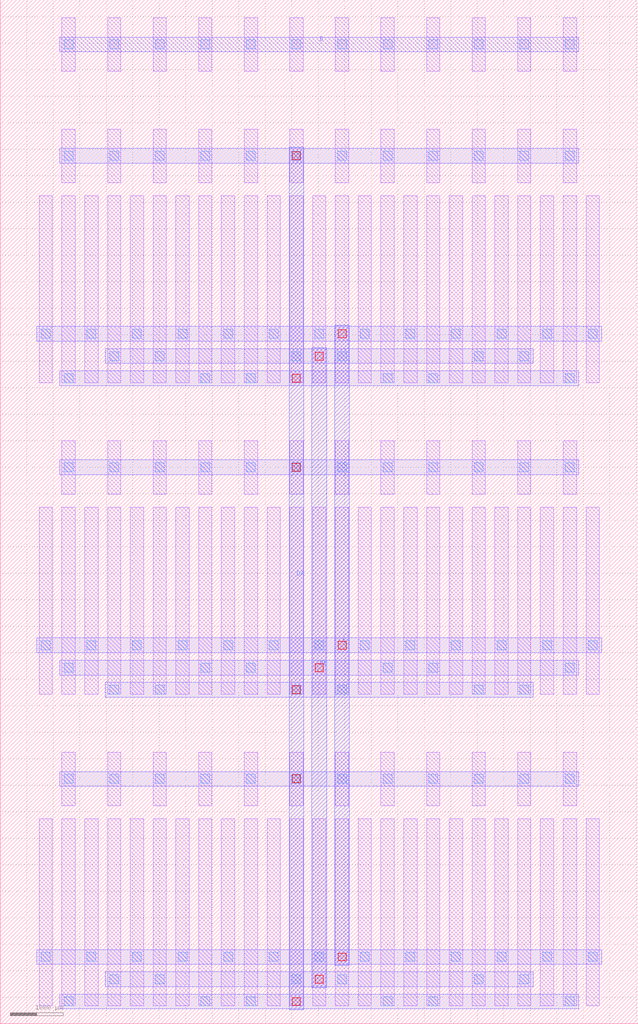
<source format=lef>
MACRO SCM_NMOS_B_8106910_X6_Y3
  UNITS 
    DATABASE MICRONS UNITS 1000;
  END UNITS 
  ORIGIN 0 0 ;
  FOREIGN SCM_NMOS_B_8106910_X6_Y3 0 0 ;
  SIZE 12040 BY 19320 ;
  PIN B
    DIRECTION INOUT ;
    USE SIGNAL ;
    PORT
      LAYER M2 ;
        RECT 1120 18340 10920 18620 ;
    END
  END B
  PIN DA
    DIRECTION INOUT ;
    USE SIGNAL ;
    PORT
      LAYER M3 ;
        RECT 5450 260 5730 16540 ;
    END
  END DA
  PIN DB
    DIRECTION INOUT ;
    USE SIGNAL ;
    PORT
      LAYER M3 ;
        RECT 5880 680 6160 12760 ;
    END
  END DB
  PIN S
    DIRECTION INOUT ;
    USE SIGNAL ;
    PORT
      LAYER M3 ;
        RECT 6310 1100 6590 13180 ;
    END
  END S
  OBS
    LAYER M1 ;
      RECT 1165 335 1415 3865 ;
    LAYER M1 ;
      RECT 1165 4115 1415 5125 ;
    LAYER M1 ;
      RECT 1165 6215 1415 9745 ;
    LAYER M1 ;
      RECT 1165 9995 1415 11005 ;
    LAYER M1 ;
      RECT 1165 12095 1415 15625 ;
    LAYER M1 ;
      RECT 1165 15875 1415 16885 ;
    LAYER M1 ;
      RECT 1165 17975 1415 18985 ;
    LAYER M1 ;
      RECT 735 335 985 3865 ;
    LAYER M1 ;
      RECT 735 6215 985 9745 ;
    LAYER M1 ;
      RECT 735 12095 985 15625 ;
    LAYER M1 ;
      RECT 1595 335 1845 3865 ;
    LAYER M1 ;
      RECT 1595 6215 1845 9745 ;
    LAYER M1 ;
      RECT 1595 12095 1845 15625 ;
    LAYER M1 ;
      RECT 2025 335 2275 3865 ;
    LAYER M1 ;
      RECT 2025 4115 2275 5125 ;
    LAYER M1 ;
      RECT 2025 6215 2275 9745 ;
    LAYER M1 ;
      RECT 2025 9995 2275 11005 ;
    LAYER M1 ;
      RECT 2025 12095 2275 15625 ;
    LAYER M1 ;
      RECT 2025 15875 2275 16885 ;
    LAYER M1 ;
      RECT 2025 17975 2275 18985 ;
    LAYER M1 ;
      RECT 2455 335 2705 3865 ;
    LAYER M1 ;
      RECT 2455 6215 2705 9745 ;
    LAYER M1 ;
      RECT 2455 12095 2705 15625 ;
    LAYER M1 ;
      RECT 2885 335 3135 3865 ;
    LAYER M1 ;
      RECT 2885 4115 3135 5125 ;
    LAYER M1 ;
      RECT 2885 6215 3135 9745 ;
    LAYER M1 ;
      RECT 2885 9995 3135 11005 ;
    LAYER M1 ;
      RECT 2885 12095 3135 15625 ;
    LAYER M1 ;
      RECT 2885 15875 3135 16885 ;
    LAYER M1 ;
      RECT 2885 17975 3135 18985 ;
    LAYER M1 ;
      RECT 3315 335 3565 3865 ;
    LAYER M1 ;
      RECT 3315 6215 3565 9745 ;
    LAYER M1 ;
      RECT 3315 12095 3565 15625 ;
    LAYER M1 ;
      RECT 3745 335 3995 3865 ;
    LAYER M1 ;
      RECT 3745 4115 3995 5125 ;
    LAYER M1 ;
      RECT 3745 6215 3995 9745 ;
    LAYER M1 ;
      RECT 3745 9995 3995 11005 ;
    LAYER M1 ;
      RECT 3745 12095 3995 15625 ;
    LAYER M1 ;
      RECT 3745 15875 3995 16885 ;
    LAYER M1 ;
      RECT 3745 17975 3995 18985 ;
    LAYER M1 ;
      RECT 4175 335 4425 3865 ;
    LAYER M1 ;
      RECT 4175 6215 4425 9745 ;
    LAYER M1 ;
      RECT 4175 12095 4425 15625 ;
    LAYER M1 ;
      RECT 4605 335 4855 3865 ;
    LAYER M1 ;
      RECT 4605 4115 4855 5125 ;
    LAYER M1 ;
      RECT 4605 6215 4855 9745 ;
    LAYER M1 ;
      RECT 4605 9995 4855 11005 ;
    LAYER M1 ;
      RECT 4605 12095 4855 15625 ;
    LAYER M1 ;
      RECT 4605 15875 4855 16885 ;
    LAYER M1 ;
      RECT 4605 17975 4855 18985 ;
    LAYER M1 ;
      RECT 5035 335 5285 3865 ;
    LAYER M1 ;
      RECT 5035 6215 5285 9745 ;
    LAYER M1 ;
      RECT 5035 12095 5285 15625 ;
    LAYER M1 ;
      RECT 5465 335 5715 3865 ;
    LAYER M1 ;
      RECT 5465 4115 5715 5125 ;
    LAYER M1 ;
      RECT 5465 6215 5715 9745 ;
    LAYER M1 ;
      RECT 5465 9995 5715 11005 ;
    LAYER M1 ;
      RECT 5465 12095 5715 15625 ;
    LAYER M1 ;
      RECT 5465 15875 5715 16885 ;
    LAYER M1 ;
      RECT 5465 17975 5715 18985 ;
    LAYER M1 ;
      RECT 5895 335 6145 3865 ;
    LAYER M1 ;
      RECT 5895 6215 6145 9745 ;
    LAYER M1 ;
      RECT 5895 12095 6145 15625 ;
    LAYER M1 ;
      RECT 6325 335 6575 3865 ;
    LAYER M1 ;
      RECT 6325 4115 6575 5125 ;
    LAYER M1 ;
      RECT 6325 6215 6575 9745 ;
    LAYER M1 ;
      RECT 6325 9995 6575 11005 ;
    LAYER M1 ;
      RECT 6325 12095 6575 15625 ;
    LAYER M1 ;
      RECT 6325 15875 6575 16885 ;
    LAYER M1 ;
      RECT 6325 17975 6575 18985 ;
    LAYER M1 ;
      RECT 6755 335 7005 3865 ;
    LAYER M1 ;
      RECT 6755 6215 7005 9745 ;
    LAYER M1 ;
      RECT 6755 12095 7005 15625 ;
    LAYER M1 ;
      RECT 7185 335 7435 3865 ;
    LAYER M1 ;
      RECT 7185 4115 7435 5125 ;
    LAYER M1 ;
      RECT 7185 6215 7435 9745 ;
    LAYER M1 ;
      RECT 7185 9995 7435 11005 ;
    LAYER M1 ;
      RECT 7185 12095 7435 15625 ;
    LAYER M1 ;
      RECT 7185 15875 7435 16885 ;
    LAYER M1 ;
      RECT 7185 17975 7435 18985 ;
    LAYER M1 ;
      RECT 7615 335 7865 3865 ;
    LAYER M1 ;
      RECT 7615 6215 7865 9745 ;
    LAYER M1 ;
      RECT 7615 12095 7865 15625 ;
    LAYER M1 ;
      RECT 8045 335 8295 3865 ;
    LAYER M1 ;
      RECT 8045 4115 8295 5125 ;
    LAYER M1 ;
      RECT 8045 6215 8295 9745 ;
    LAYER M1 ;
      RECT 8045 9995 8295 11005 ;
    LAYER M1 ;
      RECT 8045 12095 8295 15625 ;
    LAYER M1 ;
      RECT 8045 15875 8295 16885 ;
    LAYER M1 ;
      RECT 8045 17975 8295 18985 ;
    LAYER M1 ;
      RECT 8475 335 8725 3865 ;
    LAYER M1 ;
      RECT 8475 6215 8725 9745 ;
    LAYER M1 ;
      RECT 8475 12095 8725 15625 ;
    LAYER M1 ;
      RECT 8905 335 9155 3865 ;
    LAYER M1 ;
      RECT 8905 4115 9155 5125 ;
    LAYER M1 ;
      RECT 8905 6215 9155 9745 ;
    LAYER M1 ;
      RECT 8905 9995 9155 11005 ;
    LAYER M1 ;
      RECT 8905 12095 9155 15625 ;
    LAYER M1 ;
      RECT 8905 15875 9155 16885 ;
    LAYER M1 ;
      RECT 8905 17975 9155 18985 ;
    LAYER M1 ;
      RECT 9335 335 9585 3865 ;
    LAYER M1 ;
      RECT 9335 6215 9585 9745 ;
    LAYER M1 ;
      RECT 9335 12095 9585 15625 ;
    LAYER M1 ;
      RECT 9765 335 10015 3865 ;
    LAYER M1 ;
      RECT 9765 4115 10015 5125 ;
    LAYER M1 ;
      RECT 9765 6215 10015 9745 ;
    LAYER M1 ;
      RECT 9765 9995 10015 11005 ;
    LAYER M1 ;
      RECT 9765 12095 10015 15625 ;
    LAYER M1 ;
      RECT 9765 15875 10015 16885 ;
    LAYER M1 ;
      RECT 9765 17975 10015 18985 ;
    LAYER M1 ;
      RECT 10195 335 10445 3865 ;
    LAYER M1 ;
      RECT 10195 6215 10445 9745 ;
    LAYER M1 ;
      RECT 10195 12095 10445 15625 ;
    LAYER M1 ;
      RECT 10625 335 10875 3865 ;
    LAYER M1 ;
      RECT 10625 4115 10875 5125 ;
    LAYER M1 ;
      RECT 10625 6215 10875 9745 ;
    LAYER M1 ;
      RECT 10625 9995 10875 11005 ;
    LAYER M1 ;
      RECT 10625 12095 10875 15625 ;
    LAYER M1 ;
      RECT 10625 15875 10875 16885 ;
    LAYER M1 ;
      RECT 10625 17975 10875 18985 ;
    LAYER M1 ;
      RECT 11055 335 11305 3865 ;
    LAYER M1 ;
      RECT 11055 6215 11305 9745 ;
    LAYER M1 ;
      RECT 11055 12095 11305 15625 ;
    LAYER M2 ;
      RECT 1120 4480 10920 4760 ;
    LAYER M2 ;
      RECT 1120 280 10920 560 ;
    LAYER M2 ;
      RECT 1980 700 10060 980 ;
    LAYER M2 ;
      RECT 690 1120 11350 1400 ;
    LAYER M2 ;
      RECT 1120 10360 10920 10640 ;
    LAYER M2 ;
      RECT 1980 6160 10060 6440 ;
    LAYER M2 ;
      RECT 1120 6580 10920 6860 ;
    LAYER M2 ;
      RECT 690 7000 11350 7280 ;
    LAYER M2 ;
      RECT 1120 16240 10920 16520 ;
    LAYER M2 ;
      RECT 1120 12040 10920 12320 ;
    LAYER M2 ;
      RECT 1980 12460 10060 12740 ;
    LAYER M2 ;
      RECT 690 12880 11350 13160 ;
    LAYER V1 ;
      RECT 1205 335 1375 505 ;
    LAYER V1 ;
      RECT 1205 4535 1375 4705 ;
    LAYER V1 ;
      RECT 1205 6635 1375 6805 ;
    LAYER V1 ;
      RECT 1205 10415 1375 10585 ;
    LAYER V1 ;
      RECT 1205 12095 1375 12265 ;
    LAYER V1 ;
      RECT 1205 16295 1375 16465 ;
    LAYER V1 ;
      RECT 1205 18395 1375 18565 ;
    LAYER V1 ;
      RECT 2065 755 2235 925 ;
    LAYER V1 ;
      RECT 2065 4535 2235 4705 ;
    LAYER V1 ;
      RECT 2065 6215 2235 6385 ;
    LAYER V1 ;
      RECT 2065 10415 2235 10585 ;
    LAYER V1 ;
      RECT 2065 12515 2235 12685 ;
    LAYER V1 ;
      RECT 2065 16295 2235 16465 ;
    LAYER V1 ;
      RECT 2065 18395 2235 18565 ;
    LAYER V1 ;
      RECT 2925 755 3095 925 ;
    LAYER V1 ;
      RECT 2925 4535 3095 4705 ;
    LAYER V1 ;
      RECT 2925 6215 3095 6385 ;
    LAYER V1 ;
      RECT 2925 10415 3095 10585 ;
    LAYER V1 ;
      RECT 2925 12515 3095 12685 ;
    LAYER V1 ;
      RECT 2925 16295 3095 16465 ;
    LAYER V1 ;
      RECT 2925 18395 3095 18565 ;
    LAYER V1 ;
      RECT 3785 335 3955 505 ;
    LAYER V1 ;
      RECT 3785 4535 3955 4705 ;
    LAYER V1 ;
      RECT 3785 6635 3955 6805 ;
    LAYER V1 ;
      RECT 3785 10415 3955 10585 ;
    LAYER V1 ;
      RECT 3785 12095 3955 12265 ;
    LAYER V1 ;
      RECT 3785 16295 3955 16465 ;
    LAYER V1 ;
      RECT 3785 18395 3955 18565 ;
    LAYER V1 ;
      RECT 4645 335 4815 505 ;
    LAYER V1 ;
      RECT 4645 4535 4815 4705 ;
    LAYER V1 ;
      RECT 4645 6635 4815 6805 ;
    LAYER V1 ;
      RECT 4645 10415 4815 10585 ;
    LAYER V1 ;
      RECT 4645 12095 4815 12265 ;
    LAYER V1 ;
      RECT 4645 16295 4815 16465 ;
    LAYER V1 ;
      RECT 4645 18395 4815 18565 ;
    LAYER V1 ;
      RECT 5505 755 5675 925 ;
    LAYER V1 ;
      RECT 5505 4535 5675 4705 ;
    LAYER V1 ;
      RECT 5505 6215 5675 6385 ;
    LAYER V1 ;
      RECT 5505 10415 5675 10585 ;
    LAYER V1 ;
      RECT 5505 12515 5675 12685 ;
    LAYER V1 ;
      RECT 5505 16295 5675 16465 ;
    LAYER V1 ;
      RECT 5505 18395 5675 18565 ;
    LAYER V1 ;
      RECT 6365 755 6535 925 ;
    LAYER V1 ;
      RECT 6365 4535 6535 4705 ;
    LAYER V1 ;
      RECT 6365 6215 6535 6385 ;
    LAYER V1 ;
      RECT 6365 10415 6535 10585 ;
    LAYER V1 ;
      RECT 6365 12515 6535 12685 ;
    LAYER V1 ;
      RECT 6365 16295 6535 16465 ;
    LAYER V1 ;
      RECT 6365 18395 6535 18565 ;
    LAYER V1 ;
      RECT 7225 335 7395 505 ;
    LAYER V1 ;
      RECT 7225 4535 7395 4705 ;
    LAYER V1 ;
      RECT 7225 6635 7395 6805 ;
    LAYER V1 ;
      RECT 7225 10415 7395 10585 ;
    LAYER V1 ;
      RECT 7225 12095 7395 12265 ;
    LAYER V1 ;
      RECT 7225 16295 7395 16465 ;
    LAYER V1 ;
      RECT 7225 18395 7395 18565 ;
    LAYER V1 ;
      RECT 8085 335 8255 505 ;
    LAYER V1 ;
      RECT 8085 4535 8255 4705 ;
    LAYER V1 ;
      RECT 8085 6635 8255 6805 ;
    LAYER V1 ;
      RECT 8085 10415 8255 10585 ;
    LAYER V1 ;
      RECT 8085 12095 8255 12265 ;
    LAYER V1 ;
      RECT 8085 16295 8255 16465 ;
    LAYER V1 ;
      RECT 8085 18395 8255 18565 ;
    LAYER V1 ;
      RECT 8945 755 9115 925 ;
    LAYER V1 ;
      RECT 8945 4535 9115 4705 ;
    LAYER V1 ;
      RECT 8945 6215 9115 6385 ;
    LAYER V1 ;
      RECT 8945 10415 9115 10585 ;
    LAYER V1 ;
      RECT 8945 12515 9115 12685 ;
    LAYER V1 ;
      RECT 8945 16295 9115 16465 ;
    LAYER V1 ;
      RECT 8945 18395 9115 18565 ;
    LAYER V1 ;
      RECT 9805 755 9975 925 ;
    LAYER V1 ;
      RECT 9805 4535 9975 4705 ;
    LAYER V1 ;
      RECT 9805 6215 9975 6385 ;
    LAYER V1 ;
      RECT 9805 10415 9975 10585 ;
    LAYER V1 ;
      RECT 9805 12515 9975 12685 ;
    LAYER V1 ;
      RECT 9805 16295 9975 16465 ;
    LAYER V1 ;
      RECT 9805 18395 9975 18565 ;
    LAYER V1 ;
      RECT 10665 335 10835 505 ;
    LAYER V1 ;
      RECT 10665 4535 10835 4705 ;
    LAYER V1 ;
      RECT 10665 6635 10835 6805 ;
    LAYER V1 ;
      RECT 10665 10415 10835 10585 ;
    LAYER V1 ;
      RECT 10665 12095 10835 12265 ;
    LAYER V1 ;
      RECT 10665 16295 10835 16465 ;
    LAYER V1 ;
      RECT 10665 18395 10835 18565 ;
    LAYER V1 ;
      RECT 775 1175 945 1345 ;
    LAYER V1 ;
      RECT 775 7055 945 7225 ;
    LAYER V1 ;
      RECT 775 12935 945 13105 ;
    LAYER V1 ;
      RECT 1635 1175 1805 1345 ;
    LAYER V1 ;
      RECT 1635 7055 1805 7225 ;
    LAYER V1 ;
      RECT 1635 12935 1805 13105 ;
    LAYER V1 ;
      RECT 2495 1175 2665 1345 ;
    LAYER V1 ;
      RECT 2495 7055 2665 7225 ;
    LAYER V1 ;
      RECT 2495 12935 2665 13105 ;
    LAYER V1 ;
      RECT 3355 1175 3525 1345 ;
    LAYER V1 ;
      RECT 3355 7055 3525 7225 ;
    LAYER V1 ;
      RECT 3355 12935 3525 13105 ;
    LAYER V1 ;
      RECT 4215 1175 4385 1345 ;
    LAYER V1 ;
      RECT 4215 7055 4385 7225 ;
    LAYER V1 ;
      RECT 4215 12935 4385 13105 ;
    LAYER V1 ;
      RECT 5075 1175 5245 1345 ;
    LAYER V1 ;
      RECT 5075 7055 5245 7225 ;
    LAYER V1 ;
      RECT 5075 12935 5245 13105 ;
    LAYER V1 ;
      RECT 5935 1175 6105 1345 ;
    LAYER V1 ;
      RECT 5935 7055 6105 7225 ;
    LAYER V1 ;
      RECT 5935 12935 6105 13105 ;
    LAYER V1 ;
      RECT 6795 1175 6965 1345 ;
    LAYER V1 ;
      RECT 6795 7055 6965 7225 ;
    LAYER V1 ;
      RECT 6795 12935 6965 13105 ;
    LAYER V1 ;
      RECT 7655 1175 7825 1345 ;
    LAYER V1 ;
      RECT 7655 7055 7825 7225 ;
    LAYER V1 ;
      RECT 7655 12935 7825 13105 ;
    LAYER V1 ;
      RECT 8515 1175 8685 1345 ;
    LAYER V1 ;
      RECT 8515 7055 8685 7225 ;
    LAYER V1 ;
      RECT 8515 12935 8685 13105 ;
    LAYER V1 ;
      RECT 9375 1175 9545 1345 ;
    LAYER V1 ;
      RECT 9375 7055 9545 7225 ;
    LAYER V1 ;
      RECT 9375 12935 9545 13105 ;
    LAYER V1 ;
      RECT 10235 1175 10405 1345 ;
    LAYER V1 ;
      RECT 10235 7055 10405 7225 ;
    LAYER V1 ;
      RECT 10235 12935 10405 13105 ;
    LAYER V1 ;
      RECT 11095 1175 11265 1345 ;
    LAYER V1 ;
      RECT 11095 7055 11265 7225 ;
    LAYER V1 ;
      RECT 11095 12935 11265 13105 ;
    LAYER V2 ;
      RECT 5515 345 5665 495 ;
    LAYER V2 ;
      RECT 5515 4545 5665 4695 ;
    LAYER V2 ;
      RECT 5515 6225 5665 6375 ;
    LAYER V2 ;
      RECT 5515 10425 5665 10575 ;
    LAYER V2 ;
      RECT 5515 12105 5665 12255 ;
    LAYER V2 ;
      RECT 5515 16305 5665 16455 ;
    LAYER V2 ;
      RECT 5945 765 6095 915 ;
    LAYER V2 ;
      RECT 5945 6645 6095 6795 ;
    LAYER V2 ;
      RECT 5945 12525 6095 12675 ;
    LAYER V2 ;
      RECT 6375 1185 6525 1335 ;
    LAYER V2 ;
      RECT 6375 7065 6525 7215 ;
    LAYER V2 ;
      RECT 6375 12945 6525 13095 ;
  END
END SCM_NMOS_B_8106910_X6_Y3

</source>
